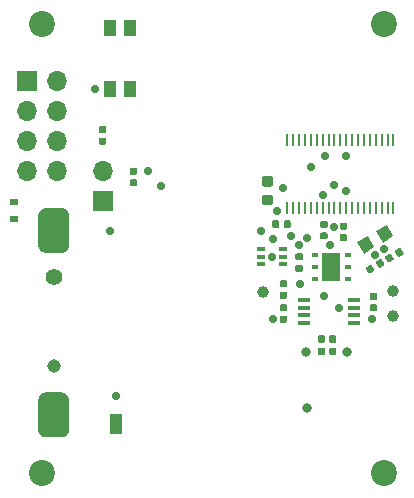
<source format=gbr>
%TF.GenerationSoftware,KiCad,Pcbnew,(5.1.5)-3*%
%TF.CreationDate,2021-08-29T15:34:29+01:00*%
%TF.ProjectId,HT07,48543037-2e6b-4696-9361-645f70636258,rev?*%
%TF.SameCoordinates,Original*%
%TF.FileFunction,Soldermask,Top*%
%TF.FilePolarity,Negative*%
%FSLAX46Y46*%
G04 Gerber Fmt 4.6, Leading zero omitted, Abs format (unit mm)*
G04 Created by KiCad (PCBNEW (5.1.5)-3) date 2021-08-29 15:34:29*
%MOMM*%
%LPD*%
G04 APERTURE LIST*
%ADD10C,0.100000*%
%ADD11R,0.600000X0.400000*%
%ADD12R,1.500000X2.400000*%
%ADD13C,2.200000*%
%ADD14O,1.700000X1.700000*%
%ADD15R,1.700000X1.700000*%
%ADD16R,1.000000X1.450000*%
%ADD17R,0.700000X0.600000*%
%ADD18C,1.140000*%
%ADD19C,1.400000*%
%ADD20R,0.650000X0.400000*%
%ADD21C,1.000000*%
%ADD22R,1.100000X0.400000*%
%ADD23C,0.800000*%
%ADD24R,0.285000X1.100000*%
%ADD25C,0.700000*%
G04 APERTURE END LIST*
D10*
G36*
X101544500Y-101204500D02*
G01*
X101544500Y-102884500D01*
X102544500Y-102884500D01*
X102544500Y-101204500D01*
X101544500Y-101204500D01*
G37*
D11*
X118843600Y-89773000D03*
X118843600Y-88773000D03*
X118843600Y-87773000D03*
X121643600Y-87773000D03*
X121643600Y-88773000D03*
X121643600Y-89773000D03*
D12*
X120243600Y-88773000D03*
D13*
X124750188Y-106216393D03*
X95750188Y-106216393D03*
X95750188Y-68216393D03*
X124750188Y-68216393D03*
D10*
G36*
X102375378Y-101205403D02*
G01*
X102393579Y-101208103D01*
X102411428Y-101212574D01*
X102428753Y-101218773D01*
X102445387Y-101226640D01*
X102461169Y-101236099D01*
X102475949Y-101247061D01*
X102489583Y-101259417D01*
X102501939Y-101273051D01*
X102512901Y-101287831D01*
X102522360Y-101303613D01*
X102530227Y-101320247D01*
X102536426Y-101337572D01*
X102540897Y-101355421D01*
X102543597Y-101373622D01*
X102544500Y-101392000D01*
X102544500Y-101767000D01*
X102543597Y-101785378D01*
X102540897Y-101803579D01*
X102536426Y-101821428D01*
X102530227Y-101838753D01*
X102522360Y-101855387D01*
X102512901Y-101871169D01*
X102501939Y-101885949D01*
X102489583Y-101899583D01*
X102475949Y-101911939D01*
X102461169Y-101922901D01*
X102445387Y-101932360D01*
X102428753Y-101940227D01*
X102411428Y-101946426D01*
X102393579Y-101950897D01*
X102375378Y-101953597D01*
X102357000Y-101954500D01*
X101732000Y-101954500D01*
X101713622Y-101953597D01*
X101695421Y-101950897D01*
X101677572Y-101946426D01*
X101660247Y-101940227D01*
X101643613Y-101932360D01*
X101627831Y-101922901D01*
X101613051Y-101911939D01*
X101599417Y-101899583D01*
X101587061Y-101885949D01*
X101576099Y-101871169D01*
X101566640Y-101855387D01*
X101558773Y-101838753D01*
X101552574Y-101821428D01*
X101548103Y-101803579D01*
X101545403Y-101785378D01*
X101544500Y-101767000D01*
X101544500Y-101392000D01*
X101545403Y-101373622D01*
X101548103Y-101355421D01*
X101552574Y-101337572D01*
X101558773Y-101320247D01*
X101566640Y-101303613D01*
X101576099Y-101287831D01*
X101587061Y-101273051D01*
X101599417Y-101259417D01*
X101613051Y-101247061D01*
X101627831Y-101236099D01*
X101643613Y-101226640D01*
X101660247Y-101218773D01*
X101677572Y-101212574D01*
X101695421Y-101208103D01*
X101713622Y-101205403D01*
X101732000Y-101204500D01*
X102357000Y-101204500D01*
X102375378Y-101205403D01*
G37*
G36*
X102375378Y-102135403D02*
G01*
X102393579Y-102138103D01*
X102411428Y-102142574D01*
X102428753Y-102148773D01*
X102445387Y-102156640D01*
X102461169Y-102166099D01*
X102475949Y-102177061D01*
X102489583Y-102189417D01*
X102501939Y-102203051D01*
X102512901Y-102217831D01*
X102522360Y-102233613D01*
X102530227Y-102250247D01*
X102536426Y-102267572D01*
X102540897Y-102285421D01*
X102543597Y-102303622D01*
X102544500Y-102322000D01*
X102544500Y-102697000D01*
X102543597Y-102715378D01*
X102540897Y-102733579D01*
X102536426Y-102751428D01*
X102530227Y-102768753D01*
X102522360Y-102785387D01*
X102512901Y-102801169D01*
X102501939Y-102815949D01*
X102489583Y-102829583D01*
X102475949Y-102841939D01*
X102461169Y-102852901D01*
X102445387Y-102862360D01*
X102428753Y-102870227D01*
X102411428Y-102876426D01*
X102393579Y-102880897D01*
X102375378Y-102883597D01*
X102357000Y-102884500D01*
X101732000Y-102884500D01*
X101713622Y-102883597D01*
X101695421Y-102880897D01*
X101677572Y-102876426D01*
X101660247Y-102870227D01*
X101643613Y-102862360D01*
X101627831Y-102852901D01*
X101613051Y-102841939D01*
X101599417Y-102829583D01*
X101587061Y-102815949D01*
X101576099Y-102801169D01*
X101566640Y-102785387D01*
X101558773Y-102768753D01*
X101552574Y-102751428D01*
X101548103Y-102733579D01*
X101545403Y-102715378D01*
X101544500Y-102697000D01*
X101544500Y-102322000D01*
X101545403Y-102303622D01*
X101548103Y-102285421D01*
X101552574Y-102267572D01*
X101558773Y-102250247D01*
X101566640Y-102233613D01*
X101576099Y-102217831D01*
X101587061Y-102203051D01*
X101599417Y-102189417D01*
X101613051Y-102177061D01*
X101627831Y-102166099D01*
X101643613Y-102156640D01*
X101660247Y-102148773D01*
X101677572Y-102142574D01*
X101695421Y-102138103D01*
X101713622Y-102135403D01*
X101732000Y-102134500D01*
X102357000Y-102134500D01*
X102375378Y-102135403D01*
G37*
D14*
X100901500Y-80645000D03*
D15*
X100901500Y-83185000D03*
D14*
X97028000Y-80645000D03*
X94488000Y-80645000D03*
X97028000Y-78105000D03*
X94488000Y-78105000D03*
X97028000Y-75565000D03*
X94488000Y-75565000D03*
X97028000Y-73025000D03*
D15*
X94488000Y-73025000D03*
D16*
X101512000Y-68545000D03*
X101512000Y-73695000D03*
X103212000Y-73695000D03*
X103212000Y-68545000D03*
D17*
X93400000Y-83300000D03*
X93400000Y-84700000D03*
D10*
G36*
X97471711Y-83765130D02*
G01*
X97534809Y-83774490D01*
X97596685Y-83789989D01*
X97656744Y-83811478D01*
X97714408Y-83838751D01*
X97769121Y-83871545D01*
X97820356Y-83909543D01*
X97867619Y-83952381D01*
X97910457Y-83999644D01*
X97948455Y-84050879D01*
X97981249Y-84105592D01*
X98008522Y-84163256D01*
X98030011Y-84223315D01*
X98045510Y-84285191D01*
X98054870Y-84348289D01*
X98058000Y-84412000D01*
X98058000Y-86912000D01*
X98054870Y-86975711D01*
X98045510Y-87038809D01*
X98030011Y-87100685D01*
X98008522Y-87160744D01*
X97981249Y-87218408D01*
X97948455Y-87273121D01*
X97910457Y-87324356D01*
X97867619Y-87371619D01*
X97820356Y-87414457D01*
X97769121Y-87452455D01*
X97714408Y-87485249D01*
X97656744Y-87512522D01*
X97596685Y-87534011D01*
X97534809Y-87549510D01*
X97471711Y-87558870D01*
X97408000Y-87562000D01*
X96108000Y-87562000D01*
X96044289Y-87558870D01*
X95981191Y-87549510D01*
X95919315Y-87534011D01*
X95859256Y-87512522D01*
X95801592Y-87485249D01*
X95746879Y-87452455D01*
X95695644Y-87414457D01*
X95648381Y-87371619D01*
X95605543Y-87324356D01*
X95567545Y-87273121D01*
X95534751Y-87218408D01*
X95507478Y-87160744D01*
X95485989Y-87100685D01*
X95470490Y-87038809D01*
X95461130Y-86975711D01*
X95458000Y-86912000D01*
X95458000Y-84412000D01*
X95461130Y-84348289D01*
X95470490Y-84285191D01*
X95485989Y-84223315D01*
X95507478Y-84163256D01*
X95534751Y-84105592D01*
X95567545Y-84050879D01*
X95605543Y-83999644D01*
X95648381Y-83952381D01*
X95695644Y-83909543D01*
X95746879Y-83871545D01*
X95801592Y-83838751D01*
X95859256Y-83811478D01*
X95919315Y-83789989D01*
X95981191Y-83774490D01*
X96044289Y-83765130D01*
X96108000Y-83762000D01*
X97408000Y-83762000D01*
X97471711Y-83765130D01*
G37*
G36*
X97471711Y-99385130D02*
G01*
X97534809Y-99394490D01*
X97596685Y-99409989D01*
X97656744Y-99431478D01*
X97714408Y-99458751D01*
X97769121Y-99491545D01*
X97820356Y-99529543D01*
X97867619Y-99572381D01*
X97910457Y-99619644D01*
X97948455Y-99670879D01*
X97981249Y-99725592D01*
X98008522Y-99783256D01*
X98030011Y-99843315D01*
X98045510Y-99905191D01*
X98054870Y-99968289D01*
X98058000Y-100032000D01*
X98058000Y-102532000D01*
X98054870Y-102595711D01*
X98045510Y-102658809D01*
X98030011Y-102720685D01*
X98008522Y-102780744D01*
X97981249Y-102838408D01*
X97948455Y-102893121D01*
X97910457Y-102944356D01*
X97867619Y-102991619D01*
X97820356Y-103034457D01*
X97769121Y-103072455D01*
X97714408Y-103105249D01*
X97656744Y-103132522D01*
X97596685Y-103154011D01*
X97534809Y-103169510D01*
X97471711Y-103178870D01*
X97408000Y-103182000D01*
X96108000Y-103182000D01*
X96044289Y-103178870D01*
X95981191Y-103169510D01*
X95919315Y-103154011D01*
X95859256Y-103132522D01*
X95801592Y-103105249D01*
X95746879Y-103072455D01*
X95695644Y-103034457D01*
X95648381Y-102991619D01*
X95605543Y-102944356D01*
X95567545Y-102893121D01*
X95534751Y-102838408D01*
X95507478Y-102780744D01*
X95485989Y-102720685D01*
X95470490Y-102658809D01*
X95461130Y-102595711D01*
X95458000Y-102532000D01*
X95458000Y-100032000D01*
X95461130Y-99968289D01*
X95470490Y-99905191D01*
X95485989Y-99843315D01*
X95507478Y-99783256D01*
X95534751Y-99725592D01*
X95567545Y-99670879D01*
X95605543Y-99619644D01*
X95648381Y-99572381D01*
X95695644Y-99529543D01*
X95746879Y-99491545D01*
X95801592Y-99458751D01*
X95859256Y-99431478D01*
X95919315Y-99409989D01*
X95981191Y-99394490D01*
X96044289Y-99385130D01*
X96108000Y-99382000D01*
X97408000Y-99382000D01*
X97471711Y-99385130D01*
G37*
D18*
X96758000Y-97122000D03*
D19*
X96758000Y-89602000D03*
D10*
G36*
X115149191Y-82651053D02*
G01*
X115170426Y-82654203D01*
X115191250Y-82659419D01*
X115211462Y-82666651D01*
X115230868Y-82675830D01*
X115249281Y-82686866D01*
X115266524Y-82699654D01*
X115282430Y-82714070D01*
X115296846Y-82729976D01*
X115309634Y-82747219D01*
X115320670Y-82765632D01*
X115329849Y-82785038D01*
X115337081Y-82805250D01*
X115342297Y-82826074D01*
X115345447Y-82847309D01*
X115346500Y-82868750D01*
X115346500Y-83306250D01*
X115345447Y-83327691D01*
X115342297Y-83348926D01*
X115337081Y-83369750D01*
X115329849Y-83389962D01*
X115320670Y-83409368D01*
X115309634Y-83427781D01*
X115296846Y-83445024D01*
X115282430Y-83460930D01*
X115266524Y-83475346D01*
X115249281Y-83488134D01*
X115230868Y-83499170D01*
X115211462Y-83508349D01*
X115191250Y-83515581D01*
X115170426Y-83520797D01*
X115149191Y-83523947D01*
X115127750Y-83525000D01*
X114615250Y-83525000D01*
X114593809Y-83523947D01*
X114572574Y-83520797D01*
X114551750Y-83515581D01*
X114531538Y-83508349D01*
X114512132Y-83499170D01*
X114493719Y-83488134D01*
X114476476Y-83475346D01*
X114460570Y-83460930D01*
X114446154Y-83445024D01*
X114433366Y-83427781D01*
X114422330Y-83409368D01*
X114413151Y-83389962D01*
X114405919Y-83369750D01*
X114400703Y-83348926D01*
X114397553Y-83327691D01*
X114396500Y-83306250D01*
X114396500Y-82868750D01*
X114397553Y-82847309D01*
X114400703Y-82826074D01*
X114405919Y-82805250D01*
X114413151Y-82785038D01*
X114422330Y-82765632D01*
X114433366Y-82747219D01*
X114446154Y-82729976D01*
X114460570Y-82714070D01*
X114476476Y-82699654D01*
X114493719Y-82686866D01*
X114512132Y-82675830D01*
X114531538Y-82666651D01*
X114551750Y-82659419D01*
X114572574Y-82654203D01*
X114593809Y-82651053D01*
X114615250Y-82650000D01*
X115127750Y-82650000D01*
X115149191Y-82651053D01*
G37*
G36*
X115149191Y-81076053D02*
G01*
X115170426Y-81079203D01*
X115191250Y-81084419D01*
X115211462Y-81091651D01*
X115230868Y-81100830D01*
X115249281Y-81111866D01*
X115266524Y-81124654D01*
X115282430Y-81139070D01*
X115296846Y-81154976D01*
X115309634Y-81172219D01*
X115320670Y-81190632D01*
X115329849Y-81210038D01*
X115337081Y-81230250D01*
X115342297Y-81251074D01*
X115345447Y-81272309D01*
X115346500Y-81293750D01*
X115346500Y-81731250D01*
X115345447Y-81752691D01*
X115342297Y-81773926D01*
X115337081Y-81794750D01*
X115329849Y-81814962D01*
X115320670Y-81834368D01*
X115309634Y-81852781D01*
X115296846Y-81870024D01*
X115282430Y-81885930D01*
X115266524Y-81900346D01*
X115249281Y-81913134D01*
X115230868Y-81924170D01*
X115211462Y-81933349D01*
X115191250Y-81940581D01*
X115170426Y-81945797D01*
X115149191Y-81948947D01*
X115127750Y-81950000D01*
X114615250Y-81950000D01*
X114593809Y-81948947D01*
X114572574Y-81945797D01*
X114551750Y-81940581D01*
X114531538Y-81933349D01*
X114512132Y-81924170D01*
X114493719Y-81913134D01*
X114476476Y-81900346D01*
X114460570Y-81885930D01*
X114446154Y-81870024D01*
X114433366Y-81852781D01*
X114422330Y-81834368D01*
X114413151Y-81814962D01*
X114405919Y-81794750D01*
X114400703Y-81773926D01*
X114397553Y-81752691D01*
X114396500Y-81731250D01*
X114396500Y-81293750D01*
X114397553Y-81272309D01*
X114400703Y-81251074D01*
X114405919Y-81230250D01*
X114413151Y-81210038D01*
X114422330Y-81190632D01*
X114433366Y-81172219D01*
X114446154Y-81154976D01*
X114460570Y-81139070D01*
X114476476Y-81124654D01*
X114493719Y-81111866D01*
X114512132Y-81100830D01*
X114531538Y-81091651D01*
X114551750Y-81084419D01*
X114572574Y-81079203D01*
X114593809Y-81076053D01*
X114615250Y-81075000D01*
X115127750Y-81075000D01*
X115149191Y-81076053D01*
G37*
D20*
X114300000Y-88534000D03*
X114300000Y-87234000D03*
X116200000Y-87884000D03*
X114300000Y-87884000D03*
X116200000Y-87234000D03*
X116200000Y-88534000D03*
D21*
X114503200Y-90855800D03*
X125488700Y-92887800D03*
X125526800Y-90779600D03*
D22*
X117915800Y-93517000D03*
X117915800Y-92867000D03*
X117915800Y-92217000D03*
X117915800Y-91567000D03*
X122215800Y-91567000D03*
X122215800Y-92217000D03*
X122215800Y-92867000D03*
X122215800Y-93517000D03*
D10*
G36*
X116391958Y-89898710D02*
G01*
X116406276Y-89900834D01*
X116420317Y-89904351D01*
X116433946Y-89909228D01*
X116447031Y-89915417D01*
X116459447Y-89922858D01*
X116471073Y-89931481D01*
X116481798Y-89941202D01*
X116491519Y-89951927D01*
X116500142Y-89963553D01*
X116507583Y-89975969D01*
X116513772Y-89989054D01*
X116518649Y-90002683D01*
X116522166Y-90016724D01*
X116524290Y-90031042D01*
X116525000Y-90045500D01*
X116525000Y-90340500D01*
X116524290Y-90354958D01*
X116522166Y-90369276D01*
X116518649Y-90383317D01*
X116513772Y-90396946D01*
X116507583Y-90410031D01*
X116500142Y-90422447D01*
X116491519Y-90434073D01*
X116481798Y-90444798D01*
X116471073Y-90454519D01*
X116459447Y-90463142D01*
X116447031Y-90470583D01*
X116433946Y-90476772D01*
X116420317Y-90481649D01*
X116406276Y-90485166D01*
X116391958Y-90487290D01*
X116377500Y-90488000D01*
X116032500Y-90488000D01*
X116018042Y-90487290D01*
X116003724Y-90485166D01*
X115989683Y-90481649D01*
X115976054Y-90476772D01*
X115962969Y-90470583D01*
X115950553Y-90463142D01*
X115938927Y-90454519D01*
X115928202Y-90444798D01*
X115918481Y-90434073D01*
X115909858Y-90422447D01*
X115902417Y-90410031D01*
X115896228Y-90396946D01*
X115891351Y-90383317D01*
X115887834Y-90369276D01*
X115885710Y-90354958D01*
X115885000Y-90340500D01*
X115885000Y-90045500D01*
X115885710Y-90031042D01*
X115887834Y-90016724D01*
X115891351Y-90002683D01*
X115896228Y-89989054D01*
X115902417Y-89975969D01*
X115909858Y-89963553D01*
X115918481Y-89951927D01*
X115928202Y-89941202D01*
X115938927Y-89931481D01*
X115950553Y-89922858D01*
X115962969Y-89915417D01*
X115976054Y-89909228D01*
X115989683Y-89904351D01*
X116003724Y-89900834D01*
X116018042Y-89898710D01*
X116032500Y-89898000D01*
X116377500Y-89898000D01*
X116391958Y-89898710D01*
G37*
G36*
X116391958Y-90868710D02*
G01*
X116406276Y-90870834D01*
X116420317Y-90874351D01*
X116433946Y-90879228D01*
X116447031Y-90885417D01*
X116459447Y-90892858D01*
X116471073Y-90901481D01*
X116481798Y-90911202D01*
X116491519Y-90921927D01*
X116500142Y-90933553D01*
X116507583Y-90945969D01*
X116513772Y-90959054D01*
X116518649Y-90972683D01*
X116522166Y-90986724D01*
X116524290Y-91001042D01*
X116525000Y-91015500D01*
X116525000Y-91310500D01*
X116524290Y-91324958D01*
X116522166Y-91339276D01*
X116518649Y-91353317D01*
X116513772Y-91366946D01*
X116507583Y-91380031D01*
X116500142Y-91392447D01*
X116491519Y-91404073D01*
X116481798Y-91414798D01*
X116471073Y-91424519D01*
X116459447Y-91433142D01*
X116447031Y-91440583D01*
X116433946Y-91446772D01*
X116420317Y-91451649D01*
X116406276Y-91455166D01*
X116391958Y-91457290D01*
X116377500Y-91458000D01*
X116032500Y-91458000D01*
X116018042Y-91457290D01*
X116003724Y-91455166D01*
X115989683Y-91451649D01*
X115976054Y-91446772D01*
X115962969Y-91440583D01*
X115950553Y-91433142D01*
X115938927Y-91424519D01*
X115928202Y-91414798D01*
X115918481Y-91404073D01*
X115909858Y-91392447D01*
X115902417Y-91380031D01*
X115896228Y-91366946D01*
X115891351Y-91353317D01*
X115887834Y-91339276D01*
X115885710Y-91324958D01*
X115885000Y-91310500D01*
X115885000Y-91015500D01*
X115885710Y-91001042D01*
X115887834Y-90986724D01*
X115891351Y-90972683D01*
X115896228Y-90959054D01*
X115902417Y-90945969D01*
X115909858Y-90933553D01*
X115918481Y-90921927D01*
X115928202Y-90911202D01*
X115938927Y-90901481D01*
X115950553Y-90892858D01*
X115962969Y-90885417D01*
X115976054Y-90879228D01*
X115989683Y-90874351D01*
X116003724Y-90870834D01*
X116018042Y-90868710D01*
X116032500Y-90868000D01*
X116377500Y-90868000D01*
X116391958Y-90868710D01*
G37*
G36*
X124024658Y-90952810D02*
G01*
X124038976Y-90954934D01*
X124053017Y-90958451D01*
X124066646Y-90963328D01*
X124079731Y-90969517D01*
X124092147Y-90976958D01*
X124103773Y-90985581D01*
X124114498Y-90995302D01*
X124124219Y-91006027D01*
X124132842Y-91017653D01*
X124140283Y-91030069D01*
X124146472Y-91043154D01*
X124151349Y-91056783D01*
X124154866Y-91070824D01*
X124156990Y-91085142D01*
X124157700Y-91099600D01*
X124157700Y-91394600D01*
X124156990Y-91409058D01*
X124154866Y-91423376D01*
X124151349Y-91437417D01*
X124146472Y-91451046D01*
X124140283Y-91464131D01*
X124132842Y-91476547D01*
X124124219Y-91488173D01*
X124114498Y-91498898D01*
X124103773Y-91508619D01*
X124092147Y-91517242D01*
X124079731Y-91524683D01*
X124066646Y-91530872D01*
X124053017Y-91535749D01*
X124038976Y-91539266D01*
X124024658Y-91541390D01*
X124010200Y-91542100D01*
X123665200Y-91542100D01*
X123650742Y-91541390D01*
X123636424Y-91539266D01*
X123622383Y-91535749D01*
X123608754Y-91530872D01*
X123595669Y-91524683D01*
X123583253Y-91517242D01*
X123571627Y-91508619D01*
X123560902Y-91498898D01*
X123551181Y-91488173D01*
X123542558Y-91476547D01*
X123535117Y-91464131D01*
X123528928Y-91451046D01*
X123524051Y-91437417D01*
X123520534Y-91423376D01*
X123518410Y-91409058D01*
X123517700Y-91394600D01*
X123517700Y-91099600D01*
X123518410Y-91085142D01*
X123520534Y-91070824D01*
X123524051Y-91056783D01*
X123528928Y-91043154D01*
X123535117Y-91030069D01*
X123542558Y-91017653D01*
X123551181Y-91006027D01*
X123560902Y-90995302D01*
X123571627Y-90985581D01*
X123583253Y-90976958D01*
X123595669Y-90969517D01*
X123608754Y-90963328D01*
X123622383Y-90958451D01*
X123636424Y-90954934D01*
X123650742Y-90952810D01*
X123665200Y-90952100D01*
X124010200Y-90952100D01*
X124024658Y-90952810D01*
G37*
G36*
X124024658Y-91922810D02*
G01*
X124038976Y-91924934D01*
X124053017Y-91928451D01*
X124066646Y-91933328D01*
X124079731Y-91939517D01*
X124092147Y-91946958D01*
X124103773Y-91955581D01*
X124114498Y-91965302D01*
X124124219Y-91976027D01*
X124132842Y-91987653D01*
X124140283Y-92000069D01*
X124146472Y-92013154D01*
X124151349Y-92026783D01*
X124154866Y-92040824D01*
X124156990Y-92055142D01*
X124157700Y-92069600D01*
X124157700Y-92364600D01*
X124156990Y-92379058D01*
X124154866Y-92393376D01*
X124151349Y-92407417D01*
X124146472Y-92421046D01*
X124140283Y-92434131D01*
X124132842Y-92446547D01*
X124124219Y-92458173D01*
X124114498Y-92468898D01*
X124103773Y-92478619D01*
X124092147Y-92487242D01*
X124079731Y-92494683D01*
X124066646Y-92500872D01*
X124053017Y-92505749D01*
X124038976Y-92509266D01*
X124024658Y-92511390D01*
X124010200Y-92512100D01*
X123665200Y-92512100D01*
X123650742Y-92511390D01*
X123636424Y-92509266D01*
X123622383Y-92505749D01*
X123608754Y-92500872D01*
X123595669Y-92494683D01*
X123583253Y-92487242D01*
X123571627Y-92478619D01*
X123560902Y-92468898D01*
X123551181Y-92458173D01*
X123542558Y-92446547D01*
X123535117Y-92434131D01*
X123528928Y-92421046D01*
X123524051Y-92407417D01*
X123520534Y-92393376D01*
X123518410Y-92379058D01*
X123517700Y-92364600D01*
X123517700Y-92069600D01*
X123518410Y-92055142D01*
X123520534Y-92040824D01*
X123524051Y-92026783D01*
X123528928Y-92013154D01*
X123535117Y-92000069D01*
X123542558Y-91987653D01*
X123551181Y-91976027D01*
X123560902Y-91965302D01*
X123571627Y-91955581D01*
X123583253Y-91946958D01*
X123595669Y-91939517D01*
X123608754Y-91933328D01*
X123622383Y-91928451D01*
X123636424Y-91924934D01*
X123650742Y-91922810D01*
X123665200Y-91922100D01*
X124010200Y-91922100D01*
X124024658Y-91922810D01*
G37*
G36*
X115716858Y-84808810D02*
G01*
X115731176Y-84810934D01*
X115745217Y-84814451D01*
X115758846Y-84819328D01*
X115771931Y-84825517D01*
X115784347Y-84832958D01*
X115795973Y-84841581D01*
X115806698Y-84851302D01*
X115816419Y-84862027D01*
X115825042Y-84873653D01*
X115832483Y-84886069D01*
X115838672Y-84899154D01*
X115843549Y-84912783D01*
X115847066Y-84926824D01*
X115849190Y-84941142D01*
X115849900Y-84955600D01*
X115849900Y-85300600D01*
X115849190Y-85315058D01*
X115847066Y-85329376D01*
X115843549Y-85343417D01*
X115838672Y-85357046D01*
X115832483Y-85370131D01*
X115825042Y-85382547D01*
X115816419Y-85394173D01*
X115806698Y-85404898D01*
X115795973Y-85414619D01*
X115784347Y-85423242D01*
X115771931Y-85430683D01*
X115758846Y-85436872D01*
X115745217Y-85441749D01*
X115731176Y-85445266D01*
X115716858Y-85447390D01*
X115702400Y-85448100D01*
X115407400Y-85448100D01*
X115392942Y-85447390D01*
X115378624Y-85445266D01*
X115364583Y-85441749D01*
X115350954Y-85436872D01*
X115337869Y-85430683D01*
X115325453Y-85423242D01*
X115313827Y-85414619D01*
X115303102Y-85404898D01*
X115293381Y-85394173D01*
X115284758Y-85382547D01*
X115277317Y-85370131D01*
X115271128Y-85357046D01*
X115266251Y-85343417D01*
X115262734Y-85329376D01*
X115260610Y-85315058D01*
X115259900Y-85300600D01*
X115259900Y-84955600D01*
X115260610Y-84941142D01*
X115262734Y-84926824D01*
X115266251Y-84912783D01*
X115271128Y-84899154D01*
X115277317Y-84886069D01*
X115284758Y-84873653D01*
X115293381Y-84862027D01*
X115303102Y-84851302D01*
X115313827Y-84841581D01*
X115325453Y-84832958D01*
X115337869Y-84825517D01*
X115350954Y-84819328D01*
X115364583Y-84814451D01*
X115378624Y-84810934D01*
X115392942Y-84808810D01*
X115407400Y-84808100D01*
X115702400Y-84808100D01*
X115716858Y-84808810D01*
G37*
G36*
X116686858Y-84808810D02*
G01*
X116701176Y-84810934D01*
X116715217Y-84814451D01*
X116728846Y-84819328D01*
X116741931Y-84825517D01*
X116754347Y-84832958D01*
X116765973Y-84841581D01*
X116776698Y-84851302D01*
X116786419Y-84862027D01*
X116795042Y-84873653D01*
X116802483Y-84886069D01*
X116808672Y-84899154D01*
X116813549Y-84912783D01*
X116817066Y-84926824D01*
X116819190Y-84941142D01*
X116819900Y-84955600D01*
X116819900Y-85300600D01*
X116819190Y-85315058D01*
X116817066Y-85329376D01*
X116813549Y-85343417D01*
X116808672Y-85357046D01*
X116802483Y-85370131D01*
X116795042Y-85382547D01*
X116786419Y-85394173D01*
X116776698Y-85404898D01*
X116765973Y-85414619D01*
X116754347Y-85423242D01*
X116741931Y-85430683D01*
X116728846Y-85436872D01*
X116715217Y-85441749D01*
X116701176Y-85445266D01*
X116686858Y-85447390D01*
X116672400Y-85448100D01*
X116377400Y-85448100D01*
X116362942Y-85447390D01*
X116348624Y-85445266D01*
X116334583Y-85441749D01*
X116320954Y-85436872D01*
X116307869Y-85430683D01*
X116295453Y-85423242D01*
X116283827Y-85414619D01*
X116273102Y-85404898D01*
X116263381Y-85394173D01*
X116254758Y-85382547D01*
X116247317Y-85370131D01*
X116241128Y-85357046D01*
X116236251Y-85343417D01*
X116232734Y-85329376D01*
X116230610Y-85315058D01*
X116229900Y-85300600D01*
X116229900Y-84955600D01*
X116230610Y-84941142D01*
X116232734Y-84926824D01*
X116236251Y-84912783D01*
X116241128Y-84899154D01*
X116247317Y-84886069D01*
X116254758Y-84873653D01*
X116263381Y-84862027D01*
X116273102Y-84851302D01*
X116283827Y-84841581D01*
X116295453Y-84832958D01*
X116307869Y-84825517D01*
X116320954Y-84819328D01*
X116334583Y-84814451D01*
X116348624Y-84810934D01*
X116362942Y-84808810D01*
X116377400Y-84808100D01*
X116672400Y-84808100D01*
X116686858Y-84808810D01*
G37*
G36*
X103691958Y-80373710D02*
G01*
X103706276Y-80375834D01*
X103720317Y-80379351D01*
X103733946Y-80384228D01*
X103747031Y-80390417D01*
X103759447Y-80397858D01*
X103771073Y-80406481D01*
X103781798Y-80416202D01*
X103791519Y-80426927D01*
X103800142Y-80438553D01*
X103807583Y-80450969D01*
X103813772Y-80464054D01*
X103818649Y-80477683D01*
X103822166Y-80491724D01*
X103824290Y-80506042D01*
X103825000Y-80520500D01*
X103825000Y-80815500D01*
X103824290Y-80829958D01*
X103822166Y-80844276D01*
X103818649Y-80858317D01*
X103813772Y-80871946D01*
X103807583Y-80885031D01*
X103800142Y-80897447D01*
X103791519Y-80909073D01*
X103781798Y-80919798D01*
X103771073Y-80929519D01*
X103759447Y-80938142D01*
X103747031Y-80945583D01*
X103733946Y-80951772D01*
X103720317Y-80956649D01*
X103706276Y-80960166D01*
X103691958Y-80962290D01*
X103677500Y-80963000D01*
X103332500Y-80963000D01*
X103318042Y-80962290D01*
X103303724Y-80960166D01*
X103289683Y-80956649D01*
X103276054Y-80951772D01*
X103262969Y-80945583D01*
X103250553Y-80938142D01*
X103238927Y-80929519D01*
X103228202Y-80919798D01*
X103218481Y-80909073D01*
X103209858Y-80897447D01*
X103202417Y-80885031D01*
X103196228Y-80871946D01*
X103191351Y-80858317D01*
X103187834Y-80844276D01*
X103185710Y-80829958D01*
X103185000Y-80815500D01*
X103185000Y-80520500D01*
X103185710Y-80506042D01*
X103187834Y-80491724D01*
X103191351Y-80477683D01*
X103196228Y-80464054D01*
X103202417Y-80450969D01*
X103209858Y-80438553D01*
X103218481Y-80426927D01*
X103228202Y-80416202D01*
X103238927Y-80406481D01*
X103250553Y-80397858D01*
X103262969Y-80390417D01*
X103276054Y-80384228D01*
X103289683Y-80379351D01*
X103303724Y-80375834D01*
X103318042Y-80373710D01*
X103332500Y-80373000D01*
X103677500Y-80373000D01*
X103691958Y-80373710D01*
G37*
G36*
X103691958Y-81343710D02*
G01*
X103706276Y-81345834D01*
X103720317Y-81349351D01*
X103733946Y-81354228D01*
X103747031Y-81360417D01*
X103759447Y-81367858D01*
X103771073Y-81376481D01*
X103781798Y-81386202D01*
X103791519Y-81396927D01*
X103800142Y-81408553D01*
X103807583Y-81420969D01*
X103813772Y-81434054D01*
X103818649Y-81447683D01*
X103822166Y-81461724D01*
X103824290Y-81476042D01*
X103825000Y-81490500D01*
X103825000Y-81785500D01*
X103824290Y-81799958D01*
X103822166Y-81814276D01*
X103818649Y-81828317D01*
X103813772Y-81841946D01*
X103807583Y-81855031D01*
X103800142Y-81867447D01*
X103791519Y-81879073D01*
X103781798Y-81889798D01*
X103771073Y-81899519D01*
X103759447Y-81908142D01*
X103747031Y-81915583D01*
X103733946Y-81921772D01*
X103720317Y-81926649D01*
X103706276Y-81930166D01*
X103691958Y-81932290D01*
X103677500Y-81933000D01*
X103332500Y-81933000D01*
X103318042Y-81932290D01*
X103303724Y-81930166D01*
X103289683Y-81926649D01*
X103276054Y-81921772D01*
X103262969Y-81915583D01*
X103250553Y-81908142D01*
X103238927Y-81899519D01*
X103228202Y-81889798D01*
X103218481Y-81879073D01*
X103209858Y-81867447D01*
X103202417Y-81855031D01*
X103196228Y-81841946D01*
X103191351Y-81828317D01*
X103187834Y-81814276D01*
X103185710Y-81799958D01*
X103185000Y-81785500D01*
X103185000Y-81490500D01*
X103185710Y-81476042D01*
X103187834Y-81461724D01*
X103191351Y-81447683D01*
X103196228Y-81434054D01*
X103202417Y-81420969D01*
X103209858Y-81408553D01*
X103218481Y-81396927D01*
X103228202Y-81386202D01*
X103238927Y-81376481D01*
X103250553Y-81367858D01*
X103262969Y-81360417D01*
X103276054Y-81354228D01*
X103289683Y-81349351D01*
X103303724Y-81345834D01*
X103318042Y-81343710D01*
X103332500Y-81343000D01*
X103677500Y-81343000D01*
X103691958Y-81343710D01*
G37*
G36*
X101088458Y-77813110D02*
G01*
X101102776Y-77815234D01*
X101116817Y-77818751D01*
X101130446Y-77823628D01*
X101143531Y-77829817D01*
X101155947Y-77837258D01*
X101167573Y-77845881D01*
X101178298Y-77855602D01*
X101188019Y-77866327D01*
X101196642Y-77877953D01*
X101204083Y-77890369D01*
X101210272Y-77903454D01*
X101215149Y-77917083D01*
X101218666Y-77931124D01*
X101220790Y-77945442D01*
X101221500Y-77959900D01*
X101221500Y-78254900D01*
X101220790Y-78269358D01*
X101218666Y-78283676D01*
X101215149Y-78297717D01*
X101210272Y-78311346D01*
X101204083Y-78324431D01*
X101196642Y-78336847D01*
X101188019Y-78348473D01*
X101178298Y-78359198D01*
X101167573Y-78368919D01*
X101155947Y-78377542D01*
X101143531Y-78384983D01*
X101130446Y-78391172D01*
X101116817Y-78396049D01*
X101102776Y-78399566D01*
X101088458Y-78401690D01*
X101074000Y-78402400D01*
X100729000Y-78402400D01*
X100714542Y-78401690D01*
X100700224Y-78399566D01*
X100686183Y-78396049D01*
X100672554Y-78391172D01*
X100659469Y-78384983D01*
X100647053Y-78377542D01*
X100635427Y-78368919D01*
X100624702Y-78359198D01*
X100614981Y-78348473D01*
X100606358Y-78336847D01*
X100598917Y-78324431D01*
X100592728Y-78311346D01*
X100587851Y-78297717D01*
X100584334Y-78283676D01*
X100582210Y-78269358D01*
X100581500Y-78254900D01*
X100581500Y-77959900D01*
X100582210Y-77945442D01*
X100584334Y-77931124D01*
X100587851Y-77917083D01*
X100592728Y-77903454D01*
X100598917Y-77890369D01*
X100606358Y-77877953D01*
X100614981Y-77866327D01*
X100624702Y-77855602D01*
X100635427Y-77845881D01*
X100647053Y-77837258D01*
X100659469Y-77829817D01*
X100672554Y-77823628D01*
X100686183Y-77818751D01*
X100700224Y-77815234D01*
X100714542Y-77813110D01*
X100729000Y-77812400D01*
X101074000Y-77812400D01*
X101088458Y-77813110D01*
G37*
G36*
X101088458Y-76843110D02*
G01*
X101102776Y-76845234D01*
X101116817Y-76848751D01*
X101130446Y-76853628D01*
X101143531Y-76859817D01*
X101155947Y-76867258D01*
X101167573Y-76875881D01*
X101178298Y-76885602D01*
X101188019Y-76896327D01*
X101196642Y-76907953D01*
X101204083Y-76920369D01*
X101210272Y-76933454D01*
X101215149Y-76947083D01*
X101218666Y-76961124D01*
X101220790Y-76975442D01*
X101221500Y-76989900D01*
X101221500Y-77284900D01*
X101220790Y-77299358D01*
X101218666Y-77313676D01*
X101215149Y-77327717D01*
X101210272Y-77341346D01*
X101204083Y-77354431D01*
X101196642Y-77366847D01*
X101188019Y-77378473D01*
X101178298Y-77389198D01*
X101167573Y-77398919D01*
X101155947Y-77407542D01*
X101143531Y-77414983D01*
X101130446Y-77421172D01*
X101116817Y-77426049D01*
X101102776Y-77429566D01*
X101088458Y-77431690D01*
X101074000Y-77432400D01*
X100729000Y-77432400D01*
X100714542Y-77431690D01*
X100700224Y-77429566D01*
X100686183Y-77426049D01*
X100672554Y-77421172D01*
X100659469Y-77414983D01*
X100647053Y-77407542D01*
X100635427Y-77398919D01*
X100624702Y-77389198D01*
X100614981Y-77378473D01*
X100606358Y-77366847D01*
X100598917Y-77354431D01*
X100592728Y-77341346D01*
X100587851Y-77327717D01*
X100584334Y-77313676D01*
X100582210Y-77299358D01*
X100581500Y-77284900D01*
X100581500Y-76989900D01*
X100582210Y-76975442D01*
X100584334Y-76961124D01*
X100587851Y-76947083D01*
X100592728Y-76933454D01*
X100598917Y-76920369D01*
X100606358Y-76907953D01*
X100614981Y-76896327D01*
X100624702Y-76885602D01*
X100635427Y-76875881D01*
X100647053Y-76867258D01*
X100659469Y-76859817D01*
X100672554Y-76853628D01*
X100686183Y-76848751D01*
X100700224Y-76845234D01*
X100714542Y-76843110D01*
X100729000Y-76842400D01*
X101074000Y-76842400D01*
X101088458Y-76843110D01*
G37*
D23*
X118176500Y-100725000D03*
X118163800Y-95968200D03*
X121630090Y-95968200D03*
D10*
G36*
X119820958Y-84872050D02*
G01*
X119835276Y-84874174D01*
X119849317Y-84877691D01*
X119862946Y-84882568D01*
X119876031Y-84888757D01*
X119888447Y-84896198D01*
X119900073Y-84904821D01*
X119910798Y-84914542D01*
X119920519Y-84925267D01*
X119929142Y-84936893D01*
X119936583Y-84949309D01*
X119942772Y-84962394D01*
X119947649Y-84976023D01*
X119951166Y-84990064D01*
X119953290Y-85004382D01*
X119954000Y-85018840D01*
X119954000Y-85313840D01*
X119953290Y-85328298D01*
X119951166Y-85342616D01*
X119947649Y-85356657D01*
X119942772Y-85370286D01*
X119936583Y-85383371D01*
X119929142Y-85395787D01*
X119920519Y-85407413D01*
X119910798Y-85418138D01*
X119900073Y-85427859D01*
X119888447Y-85436482D01*
X119876031Y-85443923D01*
X119862946Y-85450112D01*
X119849317Y-85454989D01*
X119835276Y-85458506D01*
X119820958Y-85460630D01*
X119806500Y-85461340D01*
X119461500Y-85461340D01*
X119447042Y-85460630D01*
X119432724Y-85458506D01*
X119418683Y-85454989D01*
X119405054Y-85450112D01*
X119391969Y-85443923D01*
X119379553Y-85436482D01*
X119367927Y-85427859D01*
X119357202Y-85418138D01*
X119347481Y-85407413D01*
X119338858Y-85395787D01*
X119331417Y-85383371D01*
X119325228Y-85370286D01*
X119320351Y-85356657D01*
X119316834Y-85342616D01*
X119314710Y-85328298D01*
X119314000Y-85313840D01*
X119314000Y-85018840D01*
X119314710Y-85004382D01*
X119316834Y-84990064D01*
X119320351Y-84976023D01*
X119325228Y-84962394D01*
X119331417Y-84949309D01*
X119338858Y-84936893D01*
X119347481Y-84925267D01*
X119357202Y-84914542D01*
X119367927Y-84904821D01*
X119379553Y-84896198D01*
X119391969Y-84888757D01*
X119405054Y-84882568D01*
X119418683Y-84877691D01*
X119432724Y-84874174D01*
X119447042Y-84872050D01*
X119461500Y-84871340D01*
X119806500Y-84871340D01*
X119820958Y-84872050D01*
G37*
G36*
X119820958Y-85842050D02*
G01*
X119835276Y-85844174D01*
X119849317Y-85847691D01*
X119862946Y-85852568D01*
X119876031Y-85858757D01*
X119888447Y-85866198D01*
X119900073Y-85874821D01*
X119910798Y-85884542D01*
X119920519Y-85895267D01*
X119929142Y-85906893D01*
X119936583Y-85919309D01*
X119942772Y-85932394D01*
X119947649Y-85946023D01*
X119951166Y-85960064D01*
X119953290Y-85974382D01*
X119954000Y-85988840D01*
X119954000Y-86283840D01*
X119953290Y-86298298D01*
X119951166Y-86312616D01*
X119947649Y-86326657D01*
X119942772Y-86340286D01*
X119936583Y-86353371D01*
X119929142Y-86365787D01*
X119920519Y-86377413D01*
X119910798Y-86388138D01*
X119900073Y-86397859D01*
X119888447Y-86406482D01*
X119876031Y-86413923D01*
X119862946Y-86420112D01*
X119849317Y-86424989D01*
X119835276Y-86428506D01*
X119820958Y-86430630D01*
X119806500Y-86431340D01*
X119461500Y-86431340D01*
X119447042Y-86430630D01*
X119432724Y-86428506D01*
X119418683Y-86424989D01*
X119405054Y-86420112D01*
X119391969Y-86413923D01*
X119379553Y-86406482D01*
X119367927Y-86397859D01*
X119357202Y-86388138D01*
X119347481Y-86377413D01*
X119338858Y-86365787D01*
X119331417Y-86353371D01*
X119325228Y-86340286D01*
X119320351Y-86326657D01*
X119316834Y-86312616D01*
X119314710Y-86298298D01*
X119314000Y-86283840D01*
X119314000Y-85988840D01*
X119314710Y-85974382D01*
X119316834Y-85960064D01*
X119320351Y-85946023D01*
X119325228Y-85932394D01*
X119331417Y-85919309D01*
X119338858Y-85906893D01*
X119347481Y-85895267D01*
X119357202Y-85884542D01*
X119367927Y-85874821D01*
X119379553Y-85866198D01*
X119391969Y-85858757D01*
X119405054Y-85852568D01*
X119418683Y-85847691D01*
X119432724Y-85844174D01*
X119447042Y-85842050D01*
X119461500Y-85841340D01*
X119806500Y-85841340D01*
X119820958Y-85842050D01*
G37*
G36*
X121471958Y-85009210D02*
G01*
X121486276Y-85011334D01*
X121500317Y-85014851D01*
X121513946Y-85019728D01*
X121527031Y-85025917D01*
X121539447Y-85033358D01*
X121551073Y-85041981D01*
X121561798Y-85051702D01*
X121571519Y-85062427D01*
X121580142Y-85074053D01*
X121587583Y-85086469D01*
X121593772Y-85099554D01*
X121598649Y-85113183D01*
X121602166Y-85127224D01*
X121604290Y-85141542D01*
X121605000Y-85156000D01*
X121605000Y-85451000D01*
X121604290Y-85465458D01*
X121602166Y-85479776D01*
X121598649Y-85493817D01*
X121593772Y-85507446D01*
X121587583Y-85520531D01*
X121580142Y-85532947D01*
X121571519Y-85544573D01*
X121561798Y-85555298D01*
X121551073Y-85565019D01*
X121539447Y-85573642D01*
X121527031Y-85581083D01*
X121513946Y-85587272D01*
X121500317Y-85592149D01*
X121486276Y-85595666D01*
X121471958Y-85597790D01*
X121457500Y-85598500D01*
X121112500Y-85598500D01*
X121098042Y-85597790D01*
X121083724Y-85595666D01*
X121069683Y-85592149D01*
X121056054Y-85587272D01*
X121042969Y-85581083D01*
X121030553Y-85573642D01*
X121018927Y-85565019D01*
X121008202Y-85555298D01*
X120998481Y-85544573D01*
X120989858Y-85532947D01*
X120982417Y-85520531D01*
X120976228Y-85507446D01*
X120971351Y-85493817D01*
X120967834Y-85479776D01*
X120965710Y-85465458D01*
X120965000Y-85451000D01*
X120965000Y-85156000D01*
X120965710Y-85141542D01*
X120967834Y-85127224D01*
X120971351Y-85113183D01*
X120976228Y-85099554D01*
X120982417Y-85086469D01*
X120989858Y-85074053D01*
X120998481Y-85062427D01*
X121008202Y-85051702D01*
X121018927Y-85041981D01*
X121030553Y-85033358D01*
X121042969Y-85025917D01*
X121056054Y-85019728D01*
X121069683Y-85014851D01*
X121083724Y-85011334D01*
X121098042Y-85009210D01*
X121112500Y-85008500D01*
X121457500Y-85008500D01*
X121471958Y-85009210D01*
G37*
G36*
X121471958Y-85979210D02*
G01*
X121486276Y-85981334D01*
X121500317Y-85984851D01*
X121513946Y-85989728D01*
X121527031Y-85995917D01*
X121539447Y-86003358D01*
X121551073Y-86011981D01*
X121561798Y-86021702D01*
X121571519Y-86032427D01*
X121580142Y-86044053D01*
X121587583Y-86056469D01*
X121593772Y-86069554D01*
X121598649Y-86083183D01*
X121602166Y-86097224D01*
X121604290Y-86111542D01*
X121605000Y-86126000D01*
X121605000Y-86421000D01*
X121604290Y-86435458D01*
X121602166Y-86449776D01*
X121598649Y-86463817D01*
X121593772Y-86477446D01*
X121587583Y-86490531D01*
X121580142Y-86502947D01*
X121571519Y-86514573D01*
X121561798Y-86525298D01*
X121551073Y-86535019D01*
X121539447Y-86543642D01*
X121527031Y-86551083D01*
X121513946Y-86557272D01*
X121500317Y-86562149D01*
X121486276Y-86565666D01*
X121471958Y-86567790D01*
X121457500Y-86568500D01*
X121112500Y-86568500D01*
X121098042Y-86567790D01*
X121083724Y-86565666D01*
X121069683Y-86562149D01*
X121056054Y-86557272D01*
X121042969Y-86551083D01*
X121030553Y-86543642D01*
X121018927Y-86535019D01*
X121008202Y-86525298D01*
X120998481Y-86514573D01*
X120989858Y-86502947D01*
X120982417Y-86490531D01*
X120976228Y-86477446D01*
X120971351Y-86463817D01*
X120967834Y-86449776D01*
X120965710Y-86435458D01*
X120965000Y-86421000D01*
X120965000Y-86126000D01*
X120965710Y-86111542D01*
X120967834Y-86097224D01*
X120971351Y-86083183D01*
X120976228Y-86069554D01*
X120982417Y-86056469D01*
X120989858Y-86044053D01*
X120998481Y-86032427D01*
X121008202Y-86021702D01*
X121018927Y-86011981D01*
X121030553Y-86003358D01*
X121042969Y-85995917D01*
X121056054Y-85989728D01*
X121069683Y-85984851D01*
X121083724Y-85981334D01*
X121098042Y-85979210D01*
X121112500Y-85978500D01*
X121457500Y-85978500D01*
X121471958Y-85979210D01*
G37*
G36*
X123607592Y-88570177D02*
G01*
X123621972Y-88571831D01*
X123636121Y-88574887D01*
X123649902Y-88579315D01*
X123663183Y-88585072D01*
X123675835Y-88592104D01*
X123687737Y-88600341D01*
X123698775Y-88609706D01*
X123708841Y-88620108D01*
X123717840Y-88631446D01*
X123725684Y-88643611D01*
X123898184Y-88942389D01*
X123904797Y-88955265D01*
X123910117Y-88968727D01*
X123914092Y-88982645D01*
X123916683Y-88996886D01*
X123917866Y-89011313D01*
X123917629Y-89025786D01*
X123915975Y-89040166D01*
X123912919Y-89054315D01*
X123908491Y-89068096D01*
X123902734Y-89081376D01*
X123895702Y-89094029D01*
X123887465Y-89105931D01*
X123878100Y-89116969D01*
X123867699Y-89127035D01*
X123856361Y-89136034D01*
X123844195Y-89143878D01*
X123588717Y-89291378D01*
X123575841Y-89297991D01*
X123562379Y-89303311D01*
X123548461Y-89307286D01*
X123534219Y-89309877D01*
X123519793Y-89311060D01*
X123505320Y-89310823D01*
X123490940Y-89309169D01*
X123476791Y-89306113D01*
X123463010Y-89301685D01*
X123449729Y-89295928D01*
X123437077Y-89288896D01*
X123425175Y-89280659D01*
X123414137Y-89271294D01*
X123404071Y-89260892D01*
X123395072Y-89249554D01*
X123387228Y-89237389D01*
X123214728Y-88938611D01*
X123208115Y-88925735D01*
X123202795Y-88912273D01*
X123198820Y-88898355D01*
X123196229Y-88884114D01*
X123195046Y-88869687D01*
X123195283Y-88855214D01*
X123196937Y-88840834D01*
X123199993Y-88826685D01*
X123204421Y-88812904D01*
X123210178Y-88799624D01*
X123217210Y-88786971D01*
X123225447Y-88775069D01*
X123234812Y-88764031D01*
X123245213Y-88753965D01*
X123256551Y-88744966D01*
X123268717Y-88737122D01*
X123524195Y-88589622D01*
X123537071Y-88583009D01*
X123550533Y-88577689D01*
X123564451Y-88573714D01*
X123578693Y-88571123D01*
X123593119Y-88569940D01*
X123607592Y-88570177D01*
G37*
G36*
X124447636Y-88085177D02*
G01*
X124462016Y-88086831D01*
X124476165Y-88089887D01*
X124489946Y-88094315D01*
X124503227Y-88100072D01*
X124515879Y-88107104D01*
X124527781Y-88115341D01*
X124538819Y-88124706D01*
X124548885Y-88135108D01*
X124557884Y-88146446D01*
X124565728Y-88158611D01*
X124738228Y-88457389D01*
X124744841Y-88470265D01*
X124750161Y-88483727D01*
X124754136Y-88497645D01*
X124756727Y-88511886D01*
X124757910Y-88526313D01*
X124757673Y-88540786D01*
X124756019Y-88555166D01*
X124752963Y-88569315D01*
X124748535Y-88583096D01*
X124742778Y-88596376D01*
X124735746Y-88609029D01*
X124727509Y-88620931D01*
X124718144Y-88631969D01*
X124707743Y-88642035D01*
X124696405Y-88651034D01*
X124684239Y-88658878D01*
X124428761Y-88806378D01*
X124415885Y-88812991D01*
X124402423Y-88818311D01*
X124388505Y-88822286D01*
X124374263Y-88824877D01*
X124359837Y-88826060D01*
X124345364Y-88825823D01*
X124330984Y-88824169D01*
X124316835Y-88821113D01*
X124303054Y-88816685D01*
X124289773Y-88810928D01*
X124277121Y-88803896D01*
X124265219Y-88795659D01*
X124254181Y-88786294D01*
X124244115Y-88775892D01*
X124235116Y-88764554D01*
X124227272Y-88752389D01*
X124054772Y-88453611D01*
X124048159Y-88440735D01*
X124042839Y-88427273D01*
X124038864Y-88413355D01*
X124036273Y-88399114D01*
X124035090Y-88384687D01*
X124035327Y-88370214D01*
X124036981Y-88355834D01*
X124040037Y-88341685D01*
X124044465Y-88327904D01*
X124050222Y-88314624D01*
X124057254Y-88301971D01*
X124065491Y-88290069D01*
X124074856Y-88279031D01*
X124085257Y-88268965D01*
X124096595Y-88259966D01*
X124108761Y-88252122D01*
X124364239Y-88104622D01*
X124377115Y-88098009D01*
X124390577Y-88092689D01*
X124404495Y-88088714D01*
X124418737Y-88086123D01*
X124433163Y-88084940D01*
X124447636Y-88085177D01*
G37*
G36*
X116391958Y-91930710D02*
G01*
X116406276Y-91932834D01*
X116420317Y-91936351D01*
X116433946Y-91941228D01*
X116447031Y-91947417D01*
X116459447Y-91954858D01*
X116471073Y-91963481D01*
X116481798Y-91973202D01*
X116491519Y-91983927D01*
X116500142Y-91995553D01*
X116507583Y-92007969D01*
X116513772Y-92021054D01*
X116518649Y-92034683D01*
X116522166Y-92048724D01*
X116524290Y-92063042D01*
X116525000Y-92077500D01*
X116525000Y-92372500D01*
X116524290Y-92386958D01*
X116522166Y-92401276D01*
X116518649Y-92415317D01*
X116513772Y-92428946D01*
X116507583Y-92442031D01*
X116500142Y-92454447D01*
X116491519Y-92466073D01*
X116481798Y-92476798D01*
X116471073Y-92486519D01*
X116459447Y-92495142D01*
X116447031Y-92502583D01*
X116433946Y-92508772D01*
X116420317Y-92513649D01*
X116406276Y-92517166D01*
X116391958Y-92519290D01*
X116377500Y-92520000D01*
X116032500Y-92520000D01*
X116018042Y-92519290D01*
X116003724Y-92517166D01*
X115989683Y-92513649D01*
X115976054Y-92508772D01*
X115962969Y-92502583D01*
X115950553Y-92495142D01*
X115938927Y-92486519D01*
X115928202Y-92476798D01*
X115918481Y-92466073D01*
X115909858Y-92454447D01*
X115902417Y-92442031D01*
X115896228Y-92428946D01*
X115891351Y-92415317D01*
X115887834Y-92401276D01*
X115885710Y-92386958D01*
X115885000Y-92372500D01*
X115885000Y-92077500D01*
X115885710Y-92063042D01*
X115887834Y-92048724D01*
X115891351Y-92034683D01*
X115896228Y-92021054D01*
X115902417Y-92007969D01*
X115909858Y-91995553D01*
X115918481Y-91983927D01*
X115928202Y-91973202D01*
X115938927Y-91963481D01*
X115950553Y-91954858D01*
X115962969Y-91947417D01*
X115976054Y-91941228D01*
X115989683Y-91936351D01*
X116003724Y-91932834D01*
X116018042Y-91930710D01*
X116032500Y-91930000D01*
X116377500Y-91930000D01*
X116391958Y-91930710D01*
G37*
G36*
X116391958Y-92900710D02*
G01*
X116406276Y-92902834D01*
X116420317Y-92906351D01*
X116433946Y-92911228D01*
X116447031Y-92917417D01*
X116459447Y-92924858D01*
X116471073Y-92933481D01*
X116481798Y-92943202D01*
X116491519Y-92953927D01*
X116500142Y-92965553D01*
X116507583Y-92977969D01*
X116513772Y-92991054D01*
X116518649Y-93004683D01*
X116522166Y-93018724D01*
X116524290Y-93033042D01*
X116525000Y-93047500D01*
X116525000Y-93342500D01*
X116524290Y-93356958D01*
X116522166Y-93371276D01*
X116518649Y-93385317D01*
X116513772Y-93398946D01*
X116507583Y-93412031D01*
X116500142Y-93424447D01*
X116491519Y-93436073D01*
X116481798Y-93446798D01*
X116471073Y-93456519D01*
X116459447Y-93465142D01*
X116447031Y-93472583D01*
X116433946Y-93478772D01*
X116420317Y-93483649D01*
X116406276Y-93487166D01*
X116391958Y-93489290D01*
X116377500Y-93490000D01*
X116032500Y-93490000D01*
X116018042Y-93489290D01*
X116003724Y-93487166D01*
X115989683Y-93483649D01*
X115976054Y-93478772D01*
X115962969Y-93472583D01*
X115950553Y-93465142D01*
X115938927Y-93456519D01*
X115928202Y-93446798D01*
X115918481Y-93436073D01*
X115909858Y-93424447D01*
X115902417Y-93412031D01*
X115896228Y-93398946D01*
X115891351Y-93385317D01*
X115887834Y-93371276D01*
X115885710Y-93356958D01*
X115885000Y-93342500D01*
X115885000Y-93047500D01*
X115885710Y-93033042D01*
X115887834Y-93018724D01*
X115891351Y-93004683D01*
X115896228Y-92991054D01*
X115902417Y-92977969D01*
X115909858Y-92965553D01*
X115918481Y-92953927D01*
X115928202Y-92943202D01*
X115938927Y-92933481D01*
X115950553Y-92924858D01*
X115962969Y-92917417D01*
X115976054Y-92911228D01*
X115989683Y-92906351D01*
X116003724Y-92902834D01*
X116018042Y-92900710D01*
X116032500Y-92900000D01*
X116377500Y-92900000D01*
X116391958Y-92900710D01*
G37*
G36*
X117725458Y-88582710D02*
G01*
X117739776Y-88584834D01*
X117753817Y-88588351D01*
X117767446Y-88593228D01*
X117780531Y-88599417D01*
X117792947Y-88606858D01*
X117804573Y-88615481D01*
X117815298Y-88625202D01*
X117825019Y-88635927D01*
X117833642Y-88647553D01*
X117841083Y-88659969D01*
X117847272Y-88673054D01*
X117852149Y-88686683D01*
X117855666Y-88700724D01*
X117857790Y-88715042D01*
X117858500Y-88729500D01*
X117858500Y-89024500D01*
X117857790Y-89038958D01*
X117855666Y-89053276D01*
X117852149Y-89067317D01*
X117847272Y-89080946D01*
X117841083Y-89094031D01*
X117833642Y-89106447D01*
X117825019Y-89118073D01*
X117815298Y-89128798D01*
X117804573Y-89138519D01*
X117792947Y-89147142D01*
X117780531Y-89154583D01*
X117767446Y-89160772D01*
X117753817Y-89165649D01*
X117739776Y-89169166D01*
X117725458Y-89171290D01*
X117711000Y-89172000D01*
X117366000Y-89172000D01*
X117351542Y-89171290D01*
X117337224Y-89169166D01*
X117323183Y-89165649D01*
X117309554Y-89160772D01*
X117296469Y-89154583D01*
X117284053Y-89147142D01*
X117272427Y-89138519D01*
X117261702Y-89128798D01*
X117251981Y-89118073D01*
X117243358Y-89106447D01*
X117235917Y-89094031D01*
X117229728Y-89080946D01*
X117224851Y-89067317D01*
X117221334Y-89053276D01*
X117219210Y-89038958D01*
X117218500Y-89024500D01*
X117218500Y-88729500D01*
X117219210Y-88715042D01*
X117221334Y-88700724D01*
X117224851Y-88686683D01*
X117229728Y-88673054D01*
X117235917Y-88659969D01*
X117243358Y-88647553D01*
X117251981Y-88635927D01*
X117261702Y-88625202D01*
X117272427Y-88615481D01*
X117284053Y-88606858D01*
X117296469Y-88599417D01*
X117309554Y-88593228D01*
X117323183Y-88588351D01*
X117337224Y-88584834D01*
X117351542Y-88582710D01*
X117366000Y-88582000D01*
X117711000Y-88582000D01*
X117725458Y-88582710D01*
G37*
G36*
X117725458Y-87612710D02*
G01*
X117739776Y-87614834D01*
X117753817Y-87618351D01*
X117767446Y-87623228D01*
X117780531Y-87629417D01*
X117792947Y-87636858D01*
X117804573Y-87645481D01*
X117815298Y-87655202D01*
X117825019Y-87665927D01*
X117833642Y-87677553D01*
X117841083Y-87689969D01*
X117847272Y-87703054D01*
X117852149Y-87716683D01*
X117855666Y-87730724D01*
X117857790Y-87745042D01*
X117858500Y-87759500D01*
X117858500Y-88054500D01*
X117857790Y-88068958D01*
X117855666Y-88083276D01*
X117852149Y-88097317D01*
X117847272Y-88110946D01*
X117841083Y-88124031D01*
X117833642Y-88136447D01*
X117825019Y-88148073D01*
X117815298Y-88158798D01*
X117804573Y-88168519D01*
X117792947Y-88177142D01*
X117780531Y-88184583D01*
X117767446Y-88190772D01*
X117753817Y-88195649D01*
X117739776Y-88199166D01*
X117725458Y-88201290D01*
X117711000Y-88202000D01*
X117366000Y-88202000D01*
X117351542Y-88201290D01*
X117337224Y-88199166D01*
X117323183Y-88195649D01*
X117309554Y-88190772D01*
X117296469Y-88184583D01*
X117284053Y-88177142D01*
X117272427Y-88168519D01*
X117261702Y-88158798D01*
X117251981Y-88148073D01*
X117243358Y-88136447D01*
X117235917Y-88124031D01*
X117229728Y-88110946D01*
X117224851Y-88097317D01*
X117221334Y-88083276D01*
X117219210Y-88068958D01*
X117218500Y-88054500D01*
X117218500Y-87759500D01*
X117219210Y-87745042D01*
X117221334Y-87730724D01*
X117224851Y-87716683D01*
X117229728Y-87703054D01*
X117235917Y-87689969D01*
X117243358Y-87677553D01*
X117251981Y-87665927D01*
X117261702Y-87655202D01*
X117272427Y-87645481D01*
X117284053Y-87636858D01*
X117296469Y-87629417D01*
X117309554Y-87623228D01*
X117323183Y-87618351D01*
X117337224Y-87614834D01*
X117351542Y-87612710D01*
X117366000Y-87612000D01*
X117711000Y-87612000D01*
X117725458Y-87612710D01*
G37*
G36*
X119587058Y-94549710D02*
G01*
X119601376Y-94551834D01*
X119615417Y-94555351D01*
X119629046Y-94560228D01*
X119642131Y-94566417D01*
X119654547Y-94573858D01*
X119666173Y-94582481D01*
X119676898Y-94592202D01*
X119686619Y-94602927D01*
X119695242Y-94614553D01*
X119702683Y-94626969D01*
X119708872Y-94640054D01*
X119713749Y-94653683D01*
X119717266Y-94667724D01*
X119719390Y-94682042D01*
X119720100Y-94696500D01*
X119720100Y-95041500D01*
X119719390Y-95055958D01*
X119717266Y-95070276D01*
X119713749Y-95084317D01*
X119708872Y-95097946D01*
X119702683Y-95111031D01*
X119695242Y-95123447D01*
X119686619Y-95135073D01*
X119676898Y-95145798D01*
X119666173Y-95155519D01*
X119654547Y-95164142D01*
X119642131Y-95171583D01*
X119629046Y-95177772D01*
X119615417Y-95182649D01*
X119601376Y-95186166D01*
X119587058Y-95188290D01*
X119572600Y-95189000D01*
X119277600Y-95189000D01*
X119263142Y-95188290D01*
X119248824Y-95186166D01*
X119234783Y-95182649D01*
X119221154Y-95177772D01*
X119208069Y-95171583D01*
X119195653Y-95164142D01*
X119184027Y-95155519D01*
X119173302Y-95145798D01*
X119163581Y-95135073D01*
X119154958Y-95123447D01*
X119147517Y-95111031D01*
X119141328Y-95097946D01*
X119136451Y-95084317D01*
X119132934Y-95070276D01*
X119130810Y-95055958D01*
X119130100Y-95041500D01*
X119130100Y-94696500D01*
X119130810Y-94682042D01*
X119132934Y-94667724D01*
X119136451Y-94653683D01*
X119141328Y-94640054D01*
X119147517Y-94626969D01*
X119154958Y-94614553D01*
X119163581Y-94602927D01*
X119173302Y-94592202D01*
X119184027Y-94582481D01*
X119195653Y-94573858D01*
X119208069Y-94566417D01*
X119221154Y-94560228D01*
X119234783Y-94555351D01*
X119248824Y-94551834D01*
X119263142Y-94549710D01*
X119277600Y-94549000D01*
X119572600Y-94549000D01*
X119587058Y-94549710D01*
G37*
G36*
X120557058Y-94549710D02*
G01*
X120571376Y-94551834D01*
X120585417Y-94555351D01*
X120599046Y-94560228D01*
X120612131Y-94566417D01*
X120624547Y-94573858D01*
X120636173Y-94582481D01*
X120646898Y-94592202D01*
X120656619Y-94602927D01*
X120665242Y-94614553D01*
X120672683Y-94626969D01*
X120678872Y-94640054D01*
X120683749Y-94653683D01*
X120687266Y-94667724D01*
X120689390Y-94682042D01*
X120690100Y-94696500D01*
X120690100Y-95041500D01*
X120689390Y-95055958D01*
X120687266Y-95070276D01*
X120683749Y-95084317D01*
X120678872Y-95097946D01*
X120672683Y-95111031D01*
X120665242Y-95123447D01*
X120656619Y-95135073D01*
X120646898Y-95145798D01*
X120636173Y-95155519D01*
X120624547Y-95164142D01*
X120612131Y-95171583D01*
X120599046Y-95177772D01*
X120585417Y-95182649D01*
X120571376Y-95186166D01*
X120557058Y-95188290D01*
X120542600Y-95189000D01*
X120247600Y-95189000D01*
X120233142Y-95188290D01*
X120218824Y-95186166D01*
X120204783Y-95182649D01*
X120191154Y-95177772D01*
X120178069Y-95171583D01*
X120165653Y-95164142D01*
X120154027Y-95155519D01*
X120143302Y-95145798D01*
X120133581Y-95135073D01*
X120124958Y-95123447D01*
X120117517Y-95111031D01*
X120111328Y-95097946D01*
X120106451Y-95084317D01*
X120102934Y-95070276D01*
X120100810Y-95055958D01*
X120100100Y-95041500D01*
X120100100Y-94696500D01*
X120100810Y-94682042D01*
X120102934Y-94667724D01*
X120106451Y-94653683D01*
X120111328Y-94640054D01*
X120117517Y-94626969D01*
X120124958Y-94614553D01*
X120133581Y-94602927D01*
X120143302Y-94592202D01*
X120154027Y-94582481D01*
X120165653Y-94573858D01*
X120178069Y-94566417D01*
X120191154Y-94560228D01*
X120204783Y-94555351D01*
X120218824Y-94551834D01*
X120233142Y-94549710D01*
X120247600Y-94549000D01*
X120542600Y-94549000D01*
X120557058Y-94549710D01*
G37*
G36*
X119587058Y-95591110D02*
G01*
X119601376Y-95593234D01*
X119615417Y-95596751D01*
X119629046Y-95601628D01*
X119642131Y-95607817D01*
X119654547Y-95615258D01*
X119666173Y-95623881D01*
X119676898Y-95633602D01*
X119686619Y-95644327D01*
X119695242Y-95655953D01*
X119702683Y-95668369D01*
X119708872Y-95681454D01*
X119713749Y-95695083D01*
X119717266Y-95709124D01*
X119719390Y-95723442D01*
X119720100Y-95737900D01*
X119720100Y-96082900D01*
X119719390Y-96097358D01*
X119717266Y-96111676D01*
X119713749Y-96125717D01*
X119708872Y-96139346D01*
X119702683Y-96152431D01*
X119695242Y-96164847D01*
X119686619Y-96176473D01*
X119676898Y-96187198D01*
X119666173Y-96196919D01*
X119654547Y-96205542D01*
X119642131Y-96212983D01*
X119629046Y-96219172D01*
X119615417Y-96224049D01*
X119601376Y-96227566D01*
X119587058Y-96229690D01*
X119572600Y-96230400D01*
X119277600Y-96230400D01*
X119263142Y-96229690D01*
X119248824Y-96227566D01*
X119234783Y-96224049D01*
X119221154Y-96219172D01*
X119208069Y-96212983D01*
X119195653Y-96205542D01*
X119184027Y-96196919D01*
X119173302Y-96187198D01*
X119163581Y-96176473D01*
X119154958Y-96164847D01*
X119147517Y-96152431D01*
X119141328Y-96139346D01*
X119136451Y-96125717D01*
X119132934Y-96111676D01*
X119130810Y-96097358D01*
X119130100Y-96082900D01*
X119130100Y-95737900D01*
X119130810Y-95723442D01*
X119132934Y-95709124D01*
X119136451Y-95695083D01*
X119141328Y-95681454D01*
X119147517Y-95668369D01*
X119154958Y-95655953D01*
X119163581Y-95644327D01*
X119173302Y-95633602D01*
X119184027Y-95623881D01*
X119195653Y-95615258D01*
X119208069Y-95607817D01*
X119221154Y-95601628D01*
X119234783Y-95596751D01*
X119248824Y-95593234D01*
X119263142Y-95591110D01*
X119277600Y-95590400D01*
X119572600Y-95590400D01*
X119587058Y-95591110D01*
G37*
G36*
X120557058Y-95591110D02*
G01*
X120571376Y-95593234D01*
X120585417Y-95596751D01*
X120599046Y-95601628D01*
X120612131Y-95607817D01*
X120624547Y-95615258D01*
X120636173Y-95623881D01*
X120646898Y-95633602D01*
X120656619Y-95644327D01*
X120665242Y-95655953D01*
X120672683Y-95668369D01*
X120678872Y-95681454D01*
X120683749Y-95695083D01*
X120687266Y-95709124D01*
X120689390Y-95723442D01*
X120690100Y-95737900D01*
X120690100Y-96082900D01*
X120689390Y-96097358D01*
X120687266Y-96111676D01*
X120683749Y-96125717D01*
X120678872Y-96139346D01*
X120672683Y-96152431D01*
X120665242Y-96164847D01*
X120656619Y-96176473D01*
X120646898Y-96187198D01*
X120636173Y-96196919D01*
X120624547Y-96205542D01*
X120612131Y-96212983D01*
X120599046Y-96219172D01*
X120585417Y-96224049D01*
X120571376Y-96227566D01*
X120557058Y-96229690D01*
X120542600Y-96230400D01*
X120247600Y-96230400D01*
X120233142Y-96229690D01*
X120218824Y-96227566D01*
X120204783Y-96224049D01*
X120191154Y-96219172D01*
X120178069Y-96212983D01*
X120165653Y-96205542D01*
X120154027Y-96196919D01*
X120143302Y-96187198D01*
X120133581Y-96176473D01*
X120124958Y-96164847D01*
X120117517Y-96152431D01*
X120111328Y-96139346D01*
X120106451Y-96125717D01*
X120102934Y-96111676D01*
X120100810Y-96097358D01*
X120100100Y-96082900D01*
X120100100Y-95737900D01*
X120100810Y-95723442D01*
X120102934Y-95709124D01*
X120106451Y-95695083D01*
X120111328Y-95681454D01*
X120117517Y-95668369D01*
X120124958Y-95655953D01*
X120133581Y-95644327D01*
X120143302Y-95633602D01*
X120154027Y-95623881D01*
X120165653Y-95615258D01*
X120178069Y-95607817D01*
X120191154Y-95601628D01*
X120204783Y-95596751D01*
X120218824Y-95593234D01*
X120233142Y-95591110D01*
X120247600Y-95590400D01*
X120542600Y-95590400D01*
X120557058Y-95591110D01*
G37*
G36*
X126074158Y-87144177D02*
G01*
X126088538Y-87145831D01*
X126102687Y-87148887D01*
X126116468Y-87153315D01*
X126129749Y-87159072D01*
X126142401Y-87166104D01*
X126154303Y-87174341D01*
X126165341Y-87183706D01*
X126175407Y-87194108D01*
X126184406Y-87205446D01*
X126192250Y-87217611D01*
X126364750Y-87516389D01*
X126371363Y-87529265D01*
X126376683Y-87542727D01*
X126380658Y-87556645D01*
X126383249Y-87570886D01*
X126384432Y-87585313D01*
X126384195Y-87599786D01*
X126382541Y-87614166D01*
X126379485Y-87628315D01*
X126375057Y-87642096D01*
X126369300Y-87655376D01*
X126362268Y-87668029D01*
X126354031Y-87679931D01*
X126344666Y-87690969D01*
X126334265Y-87701035D01*
X126322927Y-87710034D01*
X126310761Y-87717878D01*
X126055283Y-87865378D01*
X126042407Y-87871991D01*
X126028945Y-87877311D01*
X126015027Y-87881286D01*
X126000785Y-87883877D01*
X125986359Y-87885060D01*
X125971886Y-87884823D01*
X125957506Y-87883169D01*
X125943357Y-87880113D01*
X125929576Y-87875685D01*
X125916295Y-87869928D01*
X125903643Y-87862896D01*
X125891741Y-87854659D01*
X125880703Y-87845294D01*
X125870637Y-87834892D01*
X125861638Y-87823554D01*
X125853794Y-87811389D01*
X125681294Y-87512611D01*
X125674681Y-87499735D01*
X125669361Y-87486273D01*
X125665386Y-87472355D01*
X125662795Y-87458114D01*
X125661612Y-87443687D01*
X125661849Y-87429214D01*
X125663503Y-87414834D01*
X125666559Y-87400685D01*
X125670987Y-87386904D01*
X125676744Y-87373624D01*
X125683776Y-87360971D01*
X125692013Y-87349069D01*
X125701378Y-87338031D01*
X125711779Y-87327965D01*
X125723117Y-87318966D01*
X125735283Y-87311122D01*
X125990761Y-87163622D01*
X126003637Y-87157009D01*
X126017099Y-87151689D01*
X126031017Y-87147714D01*
X126045259Y-87145123D01*
X126059685Y-87143940D01*
X126074158Y-87144177D01*
G37*
G36*
X125234114Y-87629177D02*
G01*
X125248494Y-87630831D01*
X125262643Y-87633887D01*
X125276424Y-87638315D01*
X125289705Y-87644072D01*
X125302357Y-87651104D01*
X125314259Y-87659341D01*
X125325297Y-87668706D01*
X125335363Y-87679108D01*
X125344362Y-87690446D01*
X125352206Y-87702611D01*
X125524706Y-88001389D01*
X125531319Y-88014265D01*
X125536639Y-88027727D01*
X125540614Y-88041645D01*
X125543205Y-88055886D01*
X125544388Y-88070313D01*
X125544151Y-88084786D01*
X125542497Y-88099166D01*
X125539441Y-88113315D01*
X125535013Y-88127096D01*
X125529256Y-88140376D01*
X125522224Y-88153029D01*
X125513987Y-88164931D01*
X125504622Y-88175969D01*
X125494221Y-88186035D01*
X125482883Y-88195034D01*
X125470717Y-88202878D01*
X125215239Y-88350378D01*
X125202363Y-88356991D01*
X125188901Y-88362311D01*
X125174983Y-88366286D01*
X125160741Y-88368877D01*
X125146315Y-88370060D01*
X125131842Y-88369823D01*
X125117462Y-88368169D01*
X125103313Y-88365113D01*
X125089532Y-88360685D01*
X125076251Y-88354928D01*
X125063599Y-88347896D01*
X125051697Y-88339659D01*
X125040659Y-88330294D01*
X125030593Y-88319892D01*
X125021594Y-88308554D01*
X125013750Y-88296389D01*
X124841250Y-87997611D01*
X124834637Y-87984735D01*
X124829317Y-87971273D01*
X124825342Y-87957355D01*
X124822751Y-87943114D01*
X124821568Y-87928687D01*
X124821805Y-87914214D01*
X124823459Y-87899834D01*
X124826515Y-87885685D01*
X124830943Y-87871904D01*
X124836700Y-87858624D01*
X124843732Y-87845971D01*
X124851969Y-87834069D01*
X124861334Y-87823031D01*
X124871735Y-87812965D01*
X124883073Y-87803966D01*
X124895239Y-87796122D01*
X125150717Y-87648622D01*
X125163593Y-87642009D01*
X125177055Y-87636689D01*
X125190973Y-87632714D01*
X125205215Y-87630123D01*
X125219641Y-87628940D01*
X125234114Y-87629177D01*
G37*
G36*
X123367090Y-86147186D02*
G01*
X123917090Y-87099814D01*
X123007764Y-87624814D01*
X122457764Y-86672186D01*
X123367090Y-86147186D01*
G37*
G36*
X124969236Y-85222186D02*
G01*
X125519236Y-86174814D01*
X124609910Y-86699814D01*
X124059910Y-85747186D01*
X124969236Y-85222186D01*
G37*
D24*
X116531000Y-78049000D03*
X117031000Y-78049000D03*
X117531000Y-78049000D03*
X118031000Y-78049000D03*
X118531000Y-78049000D03*
X119031000Y-78049000D03*
X119531000Y-78049000D03*
X120031000Y-78049000D03*
X120531000Y-78049000D03*
X121031000Y-78049000D03*
X121531000Y-78049000D03*
X122031000Y-78049000D03*
X122531000Y-78049000D03*
X123031000Y-78049000D03*
X123531000Y-78049000D03*
X124031000Y-78049000D03*
X124531000Y-78049000D03*
X125031000Y-78049000D03*
X125531000Y-78049000D03*
X125531000Y-83749000D03*
X125031000Y-83749000D03*
X124531000Y-83749000D03*
X124031000Y-83749000D03*
X123531000Y-83749000D03*
X123031000Y-83749000D03*
X122531000Y-83749000D03*
X122031000Y-83749000D03*
X121531000Y-83749000D03*
X121031000Y-83749000D03*
X120531000Y-83749000D03*
X120031000Y-83749000D03*
X119531000Y-83749000D03*
X119031000Y-83749000D03*
X118531000Y-83749000D03*
X118031000Y-83749000D03*
X117531000Y-83749000D03*
X117031000Y-83749000D03*
X116531000Y-83749000D03*
D25*
X123952000Y-87757000D03*
X124714000Y-87249000D03*
X102006400Y-99669600D03*
X100266500Y-73723500D03*
X115316000Y-86423500D03*
X121539000Y-82359500D03*
X116200000Y-82100000D03*
X115658900Y-84010500D03*
X115341400Y-93192600D03*
X123698000Y-93167200D03*
X120169940Y-86934040D03*
X115250000Y-87884000D03*
X117551200Y-86888320D03*
X119608600Y-91186000D03*
X118214140Y-86268560D03*
X120954800Y-92227400D03*
X117602000Y-90233500D03*
X116878100Y-86121240D03*
X119710200Y-79375000D03*
X121539000Y-79375000D03*
X101498400Y-85725000D03*
X120523000Y-85344000D03*
X114274600Y-85725000D03*
X105841800Y-81915000D03*
X120523000Y-81788000D03*
X104711500Y-80645000D03*
X118541800Y-80264000D03*
X119557800Y-82626200D03*
M02*

</source>
